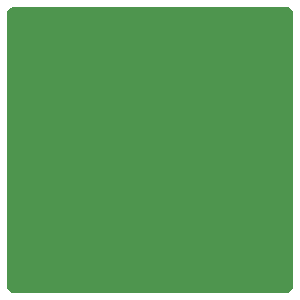
<source format=gbr>
G04 #@! TF.GenerationSoftware,KiCad,Pcbnew,(5.1.2)-2*
G04 #@! TF.CreationDate,2019-07-29T19:51:13+02:00*
G04 #@! TF.ProjectId,sensor_auxiliary,73656e73-6f72-45f6-9175-78696c696172,1*
G04 #@! TF.SameCoordinates,Original*
G04 #@! TF.FileFunction,Copper,L2,Bot*
G04 #@! TF.FilePolarity,Positive*
%FSLAX46Y46*%
G04 Gerber Fmt 4.6, Leading zero omitted, Abs format (unit mm)*
G04 Created by KiCad (PCBNEW (5.1.2)-2) date 2019-07-29 19:51:13*
%MOMM*%
%LPD*%
G04 APERTURE LIST*
%ADD10C,4.400000*%
%ADD11C,0.700000*%
%ADD12C,0.200000*%
G04 APERTURE END LIST*
D10*
X35000000Y-35000000D03*
D11*
X36650000Y-35000000D03*
X36166726Y-36166726D03*
X35000000Y-36650000D03*
X33833274Y-36166726D03*
X33350000Y-35000000D03*
X33833274Y-33833274D03*
X35000000Y-33350000D03*
X36166726Y-33833274D03*
X36166726Y-48833274D03*
X35000000Y-48350000D03*
X33833274Y-48833274D03*
X33350000Y-50000000D03*
X33833274Y-51166726D03*
X35000000Y-51650000D03*
X36166726Y-51166726D03*
X36650000Y-50000000D03*
D10*
X35000000Y-50000000D03*
X50000000Y-35000000D03*
D11*
X51650000Y-35000000D03*
X51166726Y-36166726D03*
X50000000Y-36650000D03*
X48833274Y-36166726D03*
X48350000Y-35000000D03*
X48833274Y-33833274D03*
X50000000Y-33350000D03*
X51166726Y-33833274D03*
X51166726Y-48833274D03*
X50000000Y-48350000D03*
X48833274Y-48833274D03*
X48350000Y-50000000D03*
X48833274Y-51166726D03*
X50000000Y-51650000D03*
X51166726Y-51166726D03*
X51650000Y-50000000D03*
D10*
X50000000Y-50000000D03*
D12*
G36*
X54500000Y-30841422D02*
G01*
X54500000Y-54158578D01*
X54158578Y-54500000D01*
X30841422Y-54500000D01*
X30500000Y-54158578D01*
X30500000Y-30841422D01*
X30841422Y-30500000D01*
X54158578Y-30500000D01*
X54500000Y-30841422D01*
X54500000Y-30841422D01*
G37*
X54500000Y-30841422D02*
X54500000Y-54158578D01*
X54158578Y-54500000D01*
X30841422Y-54500000D01*
X30500000Y-54158578D01*
X30500000Y-30841422D01*
X30841422Y-30500000D01*
X54158578Y-30500000D01*
X54500000Y-30841422D01*
M02*

</source>
